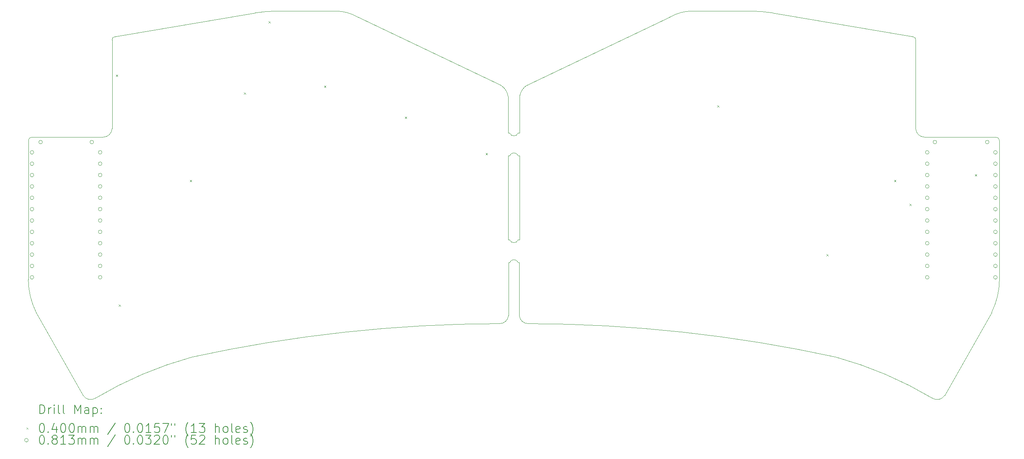
<source format=gbr>
%TF.GenerationSoftware,KiCad,Pcbnew,(6.0.7-1)-1*%
%TF.CreationDate,2022-10-21T08:25:27+02:00*%
%TF.ProjectId,sweepbling-lp__pcb,73776565-7062-46c6-996e-672d6c705f5f,rev?*%
%TF.SameCoordinates,Original*%
%TF.FileFunction,Drillmap*%
%TF.FilePolarity,Positive*%
%FSLAX45Y45*%
G04 Gerber Fmt 4.5, Leading zero omitted, Abs format (unit mm)*
G04 Created by KiCad (PCBNEW (6.0.7-1)-1) date 2022-10-21 08:25:27*
%MOMM*%
%LPD*%
G01*
G04 APERTURE LIST*
%ADD10C,0.050000*%
%ADD11C,0.200000*%
%ADD12C,0.040000*%
%ADD13C,0.081280*%
G04 APERTURE END LIST*
D10*
X13150850Y-7772400D02*
X13150625Y-8954702D01*
X21999800Y-4776400D02*
X21999805Y-2794000D01*
X22371400Y-10805000D02*
G75*
G03*
X22644600Y-10745127I107000J165000D01*
G01*
X21999800Y-4776400D02*
G75*
G03*
X22203300Y-4969492I200000J7000D01*
G01*
X23868800Y-5044200D02*
G75*
G03*
X23793800Y-4969200I-75000J0D01*
G01*
X13316761Y-3810000D02*
G75*
G03*
X13157200Y-4064000I211819J-310180D01*
G01*
X13150629Y-8954702D02*
G75*
G03*
X13354400Y-9138312I197801J14642D01*
G01*
X21999805Y-2794000D02*
G75*
G03*
X21956329Y-2725947I-75015J-10D01*
G01*
X22371400Y-10805000D02*
G75*
G03*
X20218513Y-9886395I-4431600J-7404000D01*
G01*
X22203300Y-4969492D02*
X23793800Y-4969200D01*
X20218513Y-9886395D02*
G75*
G03*
X13354400Y-9138312I-6921913J-31647485D01*
G01*
X23868800Y-5842000D02*
X23868800Y-6654800D01*
X23695330Y-8885815D02*
X22644600Y-10745127D01*
X23695333Y-8885816D02*
G75*
G03*
X23870000Y-8153400I-1502723J745406D01*
G01*
X18288000Y-2150268D02*
X17018000Y-2150814D01*
X23868800Y-5044200D02*
X23868800Y-5842000D01*
X23868800Y-6654800D02*
X23868800Y-7543800D01*
X23868800Y-7543800D02*
X23870000Y-8153400D01*
X13157200Y-5384800D02*
X13157200Y-7264400D01*
X12742992Y-3810000D02*
X9549753Y-2286000D01*
X2189753Y-8153400D02*
X2190953Y-7543800D01*
X18804018Y-2189786D02*
G75*
G03*
X18288000Y-2150268I-507618J-3239584D01*
G01*
X12934303Y-4876800D02*
X12902553Y-4876800D01*
X2190953Y-7543800D02*
X2190953Y-6654800D01*
X4103423Y-2725943D02*
G75*
G03*
X4059949Y-2794000I31517J-68047D01*
G01*
X3415149Y-10745129D02*
G75*
G03*
X3688353Y-10805000I166201J105129D01*
G01*
X13157200Y-4876800D02*
X13125450Y-4876800D01*
X12909128Y-8954702D02*
X12908903Y-7772400D01*
X21956329Y-2725947D02*
X18804018Y-2189786D01*
X12934303Y-7772400D02*
X12908903Y-7772400D01*
X9549752Y-2286001D02*
G75*
G03*
X9041753Y-2150814I-499182J-853739D01*
G01*
X2190953Y-5842000D02*
X2190953Y-5044200D01*
X3415153Y-10745126D02*
X2364423Y-8885815D01*
X4059949Y-2794000D02*
X4059953Y-4776400D01*
X12705353Y-9138312D02*
G75*
G03*
X5841240Y-9886395I57811J-32395693D01*
G01*
X13157200Y-4876800D02*
X13157200Y-4064000D01*
X17018000Y-2150814D02*
G75*
G03*
X16510000Y-2286000I-8820J-988926D01*
G01*
X12934950Y-7264400D02*
G75*
G03*
X13125450Y-7264400I95250J38100D01*
G01*
X2265953Y-4969200D02*
X3856453Y-4969492D01*
X13157200Y-5384800D02*
X13125450Y-5384800D01*
X16510000Y-2286000D02*
X13316761Y-3810000D01*
X12902553Y-7264400D02*
X12902553Y-5384800D01*
X13125450Y-7772400D02*
G75*
G03*
X12934950Y-7772400I-95250J-38100D01*
G01*
X12705353Y-9138309D02*
G75*
G03*
X12909128Y-8954702I5977J198249D01*
G01*
X12934303Y-5384800D02*
X12902553Y-5384800D01*
X12934303Y-7264400D02*
X12902553Y-7264400D01*
X7255735Y-2189786D02*
X4103424Y-2725947D01*
X2189752Y-8153400D02*
G75*
G03*
X2364423Y-8885815I1677438J13010D01*
G01*
X9041753Y-2150814D02*
X7771753Y-2150268D01*
X5841240Y-9886395D02*
G75*
G03*
X3688353Y-10805000I2278710J-8322605D01*
G01*
X2190953Y-6654800D02*
X2190953Y-5842000D01*
X2265953Y-4969203D02*
G75*
G03*
X2190953Y-5044200I-3J-74997D01*
G01*
X12902553Y-4064000D02*
X12902553Y-4876800D01*
X7771753Y-2150269D02*
G75*
G03*
X7255735Y-2189786I-8403J-3279112D01*
G01*
X13157200Y-7264400D02*
X13125450Y-7264400D01*
X12902551Y-4064000D02*
G75*
G03*
X12742992Y-3810000I-371382J-56180D01*
G01*
X12934950Y-4876800D02*
G75*
G03*
X13125450Y-4876800I95250J38100D01*
G01*
X13150850Y-7772400D02*
X13125450Y-7772400D01*
X13125450Y-5384800D02*
G75*
G03*
X12934950Y-5384800I-95250J-38100D01*
G01*
X3856453Y-4969495D02*
G75*
G03*
X4059953Y-4776400I3497J200095D01*
G01*
D11*
D12*
X4145600Y-3574100D02*
X4185600Y-3614100D01*
X4185600Y-3574100D02*
X4145600Y-3614100D01*
X4211640Y-8712520D02*
X4251640Y-8752520D01*
X4251640Y-8712520D02*
X4211640Y-8752520D01*
X5796600Y-5923600D02*
X5836600Y-5963600D01*
X5836600Y-5923600D02*
X5796600Y-5963600D01*
X7003100Y-3967800D02*
X7043100Y-4007800D01*
X7043100Y-3967800D02*
X7003100Y-4007800D01*
X7554280Y-2377760D02*
X7594280Y-2417760D01*
X7594280Y-2377760D02*
X7554280Y-2417760D01*
X8793800Y-3815400D02*
X8833800Y-3855400D01*
X8833800Y-3815400D02*
X8793800Y-3855400D01*
X10597200Y-4513900D02*
X10637200Y-4553900D01*
X10637200Y-4513900D02*
X10597200Y-4553900D01*
X12400600Y-5326700D02*
X12440600Y-5366700D01*
X12440600Y-5326700D02*
X12400600Y-5366700D01*
X17569500Y-4259900D02*
X17609500Y-4299900D01*
X17609500Y-4259900D02*
X17569500Y-4299900D01*
X20007900Y-7587300D02*
X20047900Y-7627300D01*
X20047900Y-7587300D02*
X20007900Y-7627300D01*
X21519200Y-5923600D02*
X21559200Y-5963600D01*
X21559200Y-5923600D02*
X21519200Y-5963600D01*
X21862100Y-6457000D02*
X21902100Y-6497000D01*
X21902100Y-6457000D02*
X21862100Y-6497000D01*
X23322600Y-5796600D02*
X23362600Y-5836600D01*
X23362600Y-5796600D02*
X23322600Y-5836600D01*
D13*
X2312380Y-5308600D02*
G75*
G03*
X2312380Y-5308600I-40640J0D01*
G01*
X2312380Y-5562600D02*
G75*
G03*
X2312380Y-5562600I-40640J0D01*
G01*
X2312380Y-5816600D02*
G75*
G03*
X2312380Y-5816600I-40640J0D01*
G01*
X2312380Y-6070600D02*
G75*
G03*
X2312380Y-6070600I-40640J0D01*
G01*
X2312380Y-6324600D02*
G75*
G03*
X2312380Y-6324600I-40640J0D01*
G01*
X2312380Y-6578600D02*
G75*
G03*
X2312380Y-6578600I-40640J0D01*
G01*
X2312380Y-6832600D02*
G75*
G03*
X2312380Y-6832600I-40640J0D01*
G01*
X2312380Y-7086600D02*
G75*
G03*
X2312380Y-7086600I-40640J0D01*
G01*
X2312380Y-7340600D02*
G75*
G03*
X2312380Y-7340600I-40640J0D01*
G01*
X2312380Y-7594600D02*
G75*
G03*
X2312380Y-7594600I-40640J0D01*
G01*
X2312380Y-7848600D02*
G75*
G03*
X2312380Y-7848600I-40640J0D01*
G01*
X2312380Y-8102600D02*
G75*
G03*
X2312380Y-8102600I-40640J0D01*
G01*
X2504440Y-5080000D02*
G75*
G03*
X2504440Y-5080000I-40640J0D01*
G01*
X3647440Y-5080000D02*
G75*
G03*
X3647440Y-5080000I-40640J0D01*
G01*
X3834380Y-5308600D02*
G75*
G03*
X3834380Y-5308600I-40640J0D01*
G01*
X3834380Y-5562600D02*
G75*
G03*
X3834380Y-5562600I-40640J0D01*
G01*
X3834380Y-5816600D02*
G75*
G03*
X3834380Y-5816600I-40640J0D01*
G01*
X3834380Y-6070600D02*
G75*
G03*
X3834380Y-6070600I-40640J0D01*
G01*
X3834380Y-6324600D02*
G75*
G03*
X3834380Y-6324600I-40640J0D01*
G01*
X3834380Y-6578600D02*
G75*
G03*
X3834380Y-6578600I-40640J0D01*
G01*
X3834380Y-6832600D02*
G75*
G03*
X3834380Y-6832600I-40640J0D01*
G01*
X3834380Y-7086600D02*
G75*
G03*
X3834380Y-7086600I-40640J0D01*
G01*
X3834380Y-7340600D02*
G75*
G03*
X3834380Y-7340600I-40640J0D01*
G01*
X3834380Y-7594600D02*
G75*
G03*
X3834380Y-7594600I-40640J0D01*
G01*
X3834380Y-7848600D02*
G75*
G03*
X3834380Y-7848600I-40640J0D01*
G01*
X3834380Y-8102600D02*
G75*
G03*
X3834380Y-8102600I-40640J0D01*
G01*
X22297580Y-5308600D02*
G75*
G03*
X22297580Y-5308600I-40640J0D01*
G01*
X22297580Y-5562600D02*
G75*
G03*
X22297580Y-5562600I-40640J0D01*
G01*
X22297580Y-5816600D02*
G75*
G03*
X22297580Y-5816600I-40640J0D01*
G01*
X22297580Y-6070600D02*
G75*
G03*
X22297580Y-6070600I-40640J0D01*
G01*
X22297580Y-6324600D02*
G75*
G03*
X22297580Y-6324600I-40640J0D01*
G01*
X22297580Y-6578600D02*
G75*
G03*
X22297580Y-6578600I-40640J0D01*
G01*
X22297580Y-6832600D02*
G75*
G03*
X22297580Y-6832600I-40640J0D01*
G01*
X22297580Y-7086600D02*
G75*
G03*
X22297580Y-7086600I-40640J0D01*
G01*
X22297580Y-7340600D02*
G75*
G03*
X22297580Y-7340600I-40640J0D01*
G01*
X22297580Y-7594600D02*
G75*
G03*
X22297580Y-7594600I-40640J0D01*
G01*
X22297580Y-7848600D02*
G75*
G03*
X22297580Y-7848600I-40640J0D01*
G01*
X22297580Y-8102600D02*
G75*
G03*
X22297580Y-8102600I-40640J0D01*
G01*
X22468840Y-5080000D02*
G75*
G03*
X22468840Y-5080000I-40640J0D01*
G01*
X23637240Y-5080000D02*
G75*
G03*
X23637240Y-5080000I-40640J0D01*
G01*
X23819580Y-5308600D02*
G75*
G03*
X23819580Y-5308600I-40640J0D01*
G01*
X23819580Y-5562600D02*
G75*
G03*
X23819580Y-5562600I-40640J0D01*
G01*
X23819580Y-5816600D02*
G75*
G03*
X23819580Y-5816600I-40640J0D01*
G01*
X23819580Y-6070600D02*
G75*
G03*
X23819580Y-6070600I-40640J0D01*
G01*
X23819580Y-6324600D02*
G75*
G03*
X23819580Y-6324600I-40640J0D01*
G01*
X23819580Y-6578600D02*
G75*
G03*
X23819580Y-6578600I-40640J0D01*
G01*
X23819580Y-6832600D02*
G75*
G03*
X23819580Y-6832600I-40640J0D01*
G01*
X23819580Y-7086600D02*
G75*
G03*
X23819580Y-7086600I-40640J0D01*
G01*
X23819580Y-7340600D02*
G75*
G03*
X23819580Y-7340600I-40640J0D01*
G01*
X23819580Y-7594600D02*
G75*
G03*
X23819580Y-7594600I-40640J0D01*
G01*
X23819580Y-7848600D02*
G75*
G03*
X23819580Y-7848600I-40640J0D01*
G01*
X23819580Y-8102600D02*
G75*
G03*
X23819580Y-8102600I-40640J0D01*
G01*
D11*
X2444872Y-11149635D02*
X2444872Y-10949635D01*
X2492491Y-10949635D01*
X2521063Y-10959159D01*
X2540110Y-10978206D01*
X2549634Y-10997254D01*
X2559158Y-11035349D01*
X2559158Y-11063921D01*
X2549634Y-11102016D01*
X2540110Y-11121064D01*
X2521063Y-11140111D01*
X2492491Y-11149635D01*
X2444872Y-11149635D01*
X2644872Y-11149635D02*
X2644872Y-11016302D01*
X2644872Y-11054397D02*
X2654396Y-11035349D01*
X2663920Y-11025825D01*
X2682968Y-11016302D01*
X2702015Y-11016302D01*
X2768682Y-11149635D02*
X2768682Y-11016302D01*
X2768682Y-10949635D02*
X2759158Y-10959159D01*
X2768682Y-10968683D01*
X2778206Y-10959159D01*
X2768682Y-10949635D01*
X2768682Y-10968683D01*
X2892491Y-11149635D02*
X2873444Y-11140111D01*
X2863920Y-11121064D01*
X2863920Y-10949635D01*
X2997253Y-11149635D02*
X2978206Y-11140111D01*
X2968682Y-11121064D01*
X2968682Y-10949635D01*
X3225825Y-11149635D02*
X3225825Y-10949635D01*
X3292491Y-11092492D01*
X3359158Y-10949635D01*
X3359158Y-11149635D01*
X3540110Y-11149635D02*
X3540110Y-11044873D01*
X3530587Y-11025825D01*
X3511539Y-11016302D01*
X3473444Y-11016302D01*
X3454396Y-11025825D01*
X3540110Y-11140111D02*
X3521063Y-11149635D01*
X3473444Y-11149635D01*
X3454396Y-11140111D01*
X3444872Y-11121064D01*
X3444872Y-11102016D01*
X3454396Y-11082968D01*
X3473444Y-11073445D01*
X3521063Y-11073445D01*
X3540110Y-11063921D01*
X3635348Y-11016302D02*
X3635348Y-11216302D01*
X3635348Y-11025825D02*
X3654396Y-11016302D01*
X3692491Y-11016302D01*
X3711539Y-11025825D01*
X3721063Y-11035349D01*
X3730587Y-11054397D01*
X3730587Y-11111540D01*
X3721063Y-11130587D01*
X3711539Y-11140111D01*
X3692491Y-11149635D01*
X3654396Y-11149635D01*
X3635348Y-11140111D01*
X3816301Y-11130587D02*
X3825825Y-11140111D01*
X3816301Y-11149635D01*
X3806777Y-11140111D01*
X3816301Y-11130587D01*
X3816301Y-11149635D01*
X3816301Y-11025825D02*
X3825825Y-11035349D01*
X3816301Y-11044873D01*
X3806777Y-11035349D01*
X3816301Y-11025825D01*
X3816301Y-11044873D01*
D12*
X2147253Y-11459159D02*
X2187253Y-11499159D01*
X2187253Y-11459159D02*
X2147253Y-11499159D01*
D11*
X2482968Y-11369635D02*
X2502015Y-11369635D01*
X2521063Y-11379159D01*
X2530587Y-11388683D01*
X2540110Y-11407730D01*
X2549634Y-11445825D01*
X2549634Y-11493444D01*
X2540110Y-11531540D01*
X2530587Y-11550587D01*
X2521063Y-11560111D01*
X2502015Y-11569635D01*
X2482968Y-11569635D01*
X2463920Y-11560111D01*
X2454396Y-11550587D01*
X2444872Y-11531540D01*
X2435349Y-11493444D01*
X2435349Y-11445825D01*
X2444872Y-11407730D01*
X2454396Y-11388683D01*
X2463920Y-11379159D01*
X2482968Y-11369635D01*
X2635349Y-11550587D02*
X2644872Y-11560111D01*
X2635349Y-11569635D01*
X2625825Y-11560111D01*
X2635349Y-11550587D01*
X2635349Y-11569635D01*
X2816301Y-11436302D02*
X2816301Y-11569635D01*
X2768682Y-11360111D02*
X2721063Y-11502968D01*
X2844872Y-11502968D01*
X2959158Y-11369635D02*
X2978206Y-11369635D01*
X2997253Y-11379159D01*
X3006777Y-11388683D01*
X3016301Y-11407730D01*
X3025825Y-11445825D01*
X3025825Y-11493444D01*
X3016301Y-11531540D01*
X3006777Y-11550587D01*
X2997253Y-11560111D01*
X2978206Y-11569635D01*
X2959158Y-11569635D01*
X2940110Y-11560111D01*
X2930587Y-11550587D01*
X2921063Y-11531540D01*
X2911539Y-11493444D01*
X2911539Y-11445825D01*
X2921063Y-11407730D01*
X2930587Y-11388683D01*
X2940110Y-11379159D01*
X2959158Y-11369635D01*
X3149634Y-11369635D02*
X3168682Y-11369635D01*
X3187729Y-11379159D01*
X3197253Y-11388683D01*
X3206777Y-11407730D01*
X3216301Y-11445825D01*
X3216301Y-11493444D01*
X3206777Y-11531540D01*
X3197253Y-11550587D01*
X3187729Y-11560111D01*
X3168682Y-11569635D01*
X3149634Y-11569635D01*
X3130587Y-11560111D01*
X3121063Y-11550587D01*
X3111539Y-11531540D01*
X3102015Y-11493444D01*
X3102015Y-11445825D01*
X3111539Y-11407730D01*
X3121063Y-11388683D01*
X3130587Y-11379159D01*
X3149634Y-11369635D01*
X3302015Y-11569635D02*
X3302015Y-11436302D01*
X3302015Y-11455349D02*
X3311539Y-11445825D01*
X3330587Y-11436302D01*
X3359158Y-11436302D01*
X3378206Y-11445825D01*
X3387729Y-11464873D01*
X3387729Y-11569635D01*
X3387729Y-11464873D02*
X3397253Y-11445825D01*
X3416301Y-11436302D01*
X3444872Y-11436302D01*
X3463920Y-11445825D01*
X3473444Y-11464873D01*
X3473444Y-11569635D01*
X3568682Y-11569635D02*
X3568682Y-11436302D01*
X3568682Y-11455349D02*
X3578206Y-11445825D01*
X3597253Y-11436302D01*
X3625825Y-11436302D01*
X3644872Y-11445825D01*
X3654396Y-11464873D01*
X3654396Y-11569635D01*
X3654396Y-11464873D02*
X3663920Y-11445825D01*
X3682967Y-11436302D01*
X3711539Y-11436302D01*
X3730587Y-11445825D01*
X3740110Y-11464873D01*
X3740110Y-11569635D01*
X4130587Y-11360111D02*
X3959158Y-11617254D01*
X4387729Y-11369635D02*
X4406777Y-11369635D01*
X4425825Y-11379159D01*
X4435349Y-11388683D01*
X4444872Y-11407730D01*
X4454396Y-11445825D01*
X4454396Y-11493444D01*
X4444872Y-11531540D01*
X4435349Y-11550587D01*
X4425825Y-11560111D01*
X4406777Y-11569635D01*
X4387729Y-11569635D01*
X4368682Y-11560111D01*
X4359158Y-11550587D01*
X4349634Y-11531540D01*
X4340110Y-11493444D01*
X4340110Y-11445825D01*
X4349634Y-11407730D01*
X4359158Y-11388683D01*
X4368682Y-11379159D01*
X4387729Y-11369635D01*
X4540110Y-11550587D02*
X4549634Y-11560111D01*
X4540110Y-11569635D01*
X4530587Y-11560111D01*
X4540110Y-11550587D01*
X4540110Y-11569635D01*
X4673444Y-11369635D02*
X4692491Y-11369635D01*
X4711539Y-11379159D01*
X4721063Y-11388683D01*
X4730587Y-11407730D01*
X4740110Y-11445825D01*
X4740110Y-11493444D01*
X4730587Y-11531540D01*
X4721063Y-11550587D01*
X4711539Y-11560111D01*
X4692491Y-11569635D01*
X4673444Y-11569635D01*
X4654396Y-11560111D01*
X4644872Y-11550587D01*
X4635349Y-11531540D01*
X4625825Y-11493444D01*
X4625825Y-11445825D01*
X4635349Y-11407730D01*
X4644872Y-11388683D01*
X4654396Y-11379159D01*
X4673444Y-11369635D01*
X4930587Y-11569635D02*
X4816301Y-11569635D01*
X4873444Y-11569635D02*
X4873444Y-11369635D01*
X4854396Y-11398206D01*
X4835349Y-11417254D01*
X4816301Y-11426778D01*
X5111539Y-11369635D02*
X5016301Y-11369635D01*
X5006777Y-11464873D01*
X5016301Y-11455349D01*
X5035349Y-11445825D01*
X5082968Y-11445825D01*
X5102015Y-11455349D01*
X5111539Y-11464873D01*
X5121063Y-11483921D01*
X5121063Y-11531540D01*
X5111539Y-11550587D01*
X5102015Y-11560111D01*
X5082968Y-11569635D01*
X5035349Y-11569635D01*
X5016301Y-11560111D01*
X5006777Y-11550587D01*
X5187729Y-11369635D02*
X5321063Y-11369635D01*
X5235349Y-11569635D01*
X5387729Y-11369635D02*
X5387729Y-11407730D01*
X5463920Y-11369635D02*
X5463920Y-11407730D01*
X5759158Y-11645825D02*
X5749634Y-11636302D01*
X5730587Y-11607730D01*
X5721063Y-11588683D01*
X5711539Y-11560111D01*
X5702015Y-11512492D01*
X5702015Y-11474397D01*
X5711539Y-11426778D01*
X5721063Y-11398206D01*
X5730587Y-11379159D01*
X5749634Y-11350587D01*
X5759158Y-11341063D01*
X5940110Y-11569635D02*
X5825825Y-11569635D01*
X5882967Y-11569635D02*
X5882967Y-11369635D01*
X5863920Y-11398206D01*
X5844872Y-11417254D01*
X5825825Y-11426778D01*
X6006777Y-11369635D02*
X6130587Y-11369635D01*
X6063920Y-11445825D01*
X6092491Y-11445825D01*
X6111539Y-11455349D01*
X6121063Y-11464873D01*
X6130587Y-11483921D01*
X6130587Y-11531540D01*
X6121063Y-11550587D01*
X6111539Y-11560111D01*
X6092491Y-11569635D01*
X6035348Y-11569635D01*
X6016301Y-11560111D01*
X6006777Y-11550587D01*
X6368682Y-11569635D02*
X6368682Y-11369635D01*
X6454396Y-11569635D02*
X6454396Y-11464873D01*
X6444872Y-11445825D01*
X6425825Y-11436302D01*
X6397253Y-11436302D01*
X6378206Y-11445825D01*
X6368682Y-11455349D01*
X6578206Y-11569635D02*
X6559158Y-11560111D01*
X6549634Y-11550587D01*
X6540110Y-11531540D01*
X6540110Y-11474397D01*
X6549634Y-11455349D01*
X6559158Y-11445825D01*
X6578206Y-11436302D01*
X6606777Y-11436302D01*
X6625825Y-11445825D01*
X6635348Y-11455349D01*
X6644872Y-11474397D01*
X6644872Y-11531540D01*
X6635348Y-11550587D01*
X6625825Y-11560111D01*
X6606777Y-11569635D01*
X6578206Y-11569635D01*
X6759158Y-11569635D02*
X6740110Y-11560111D01*
X6730587Y-11541063D01*
X6730587Y-11369635D01*
X6911539Y-11560111D02*
X6892491Y-11569635D01*
X6854396Y-11569635D01*
X6835348Y-11560111D01*
X6825825Y-11541063D01*
X6825825Y-11464873D01*
X6835348Y-11445825D01*
X6854396Y-11436302D01*
X6892491Y-11436302D01*
X6911539Y-11445825D01*
X6921063Y-11464873D01*
X6921063Y-11483921D01*
X6825825Y-11502968D01*
X6997253Y-11560111D02*
X7016301Y-11569635D01*
X7054396Y-11569635D01*
X7073444Y-11560111D01*
X7082967Y-11541063D01*
X7082967Y-11531540D01*
X7073444Y-11512492D01*
X7054396Y-11502968D01*
X7025825Y-11502968D01*
X7006777Y-11493444D01*
X6997253Y-11474397D01*
X6997253Y-11464873D01*
X7006777Y-11445825D01*
X7025825Y-11436302D01*
X7054396Y-11436302D01*
X7073444Y-11445825D01*
X7149634Y-11645825D02*
X7159158Y-11636302D01*
X7178206Y-11607730D01*
X7187729Y-11588683D01*
X7197253Y-11560111D01*
X7206777Y-11512492D01*
X7206777Y-11474397D01*
X7197253Y-11426778D01*
X7187729Y-11398206D01*
X7178206Y-11379159D01*
X7159158Y-11350587D01*
X7149634Y-11341063D01*
D13*
X2187253Y-11743159D02*
G75*
G03*
X2187253Y-11743159I-40640J0D01*
G01*
D11*
X2482968Y-11633635D02*
X2502015Y-11633635D01*
X2521063Y-11643159D01*
X2530587Y-11652683D01*
X2540110Y-11671730D01*
X2549634Y-11709825D01*
X2549634Y-11757444D01*
X2540110Y-11795540D01*
X2530587Y-11814587D01*
X2521063Y-11824111D01*
X2502015Y-11833635D01*
X2482968Y-11833635D01*
X2463920Y-11824111D01*
X2454396Y-11814587D01*
X2444872Y-11795540D01*
X2435349Y-11757444D01*
X2435349Y-11709825D01*
X2444872Y-11671730D01*
X2454396Y-11652683D01*
X2463920Y-11643159D01*
X2482968Y-11633635D01*
X2635349Y-11814587D02*
X2644872Y-11824111D01*
X2635349Y-11833635D01*
X2625825Y-11824111D01*
X2635349Y-11814587D01*
X2635349Y-11833635D01*
X2759158Y-11719349D02*
X2740110Y-11709825D01*
X2730587Y-11700302D01*
X2721063Y-11681254D01*
X2721063Y-11671730D01*
X2730587Y-11652683D01*
X2740110Y-11643159D01*
X2759158Y-11633635D01*
X2797253Y-11633635D01*
X2816301Y-11643159D01*
X2825825Y-11652683D01*
X2835348Y-11671730D01*
X2835348Y-11681254D01*
X2825825Y-11700302D01*
X2816301Y-11709825D01*
X2797253Y-11719349D01*
X2759158Y-11719349D01*
X2740110Y-11728873D01*
X2730587Y-11738397D01*
X2721063Y-11757444D01*
X2721063Y-11795540D01*
X2730587Y-11814587D01*
X2740110Y-11824111D01*
X2759158Y-11833635D01*
X2797253Y-11833635D01*
X2816301Y-11824111D01*
X2825825Y-11814587D01*
X2835348Y-11795540D01*
X2835348Y-11757444D01*
X2825825Y-11738397D01*
X2816301Y-11728873D01*
X2797253Y-11719349D01*
X3025825Y-11833635D02*
X2911539Y-11833635D01*
X2968682Y-11833635D02*
X2968682Y-11633635D01*
X2949634Y-11662206D01*
X2930587Y-11681254D01*
X2911539Y-11690778D01*
X3092491Y-11633635D02*
X3216301Y-11633635D01*
X3149634Y-11709825D01*
X3178206Y-11709825D01*
X3197253Y-11719349D01*
X3206777Y-11728873D01*
X3216301Y-11747921D01*
X3216301Y-11795540D01*
X3206777Y-11814587D01*
X3197253Y-11824111D01*
X3178206Y-11833635D01*
X3121063Y-11833635D01*
X3102015Y-11824111D01*
X3092491Y-11814587D01*
X3302015Y-11833635D02*
X3302015Y-11700302D01*
X3302015Y-11719349D02*
X3311539Y-11709825D01*
X3330587Y-11700302D01*
X3359158Y-11700302D01*
X3378206Y-11709825D01*
X3387729Y-11728873D01*
X3387729Y-11833635D01*
X3387729Y-11728873D02*
X3397253Y-11709825D01*
X3416301Y-11700302D01*
X3444872Y-11700302D01*
X3463920Y-11709825D01*
X3473444Y-11728873D01*
X3473444Y-11833635D01*
X3568682Y-11833635D02*
X3568682Y-11700302D01*
X3568682Y-11719349D02*
X3578206Y-11709825D01*
X3597253Y-11700302D01*
X3625825Y-11700302D01*
X3644872Y-11709825D01*
X3654396Y-11728873D01*
X3654396Y-11833635D01*
X3654396Y-11728873D02*
X3663920Y-11709825D01*
X3682967Y-11700302D01*
X3711539Y-11700302D01*
X3730587Y-11709825D01*
X3740110Y-11728873D01*
X3740110Y-11833635D01*
X4130587Y-11624111D02*
X3959158Y-11881254D01*
X4387729Y-11633635D02*
X4406777Y-11633635D01*
X4425825Y-11643159D01*
X4435349Y-11652683D01*
X4444872Y-11671730D01*
X4454396Y-11709825D01*
X4454396Y-11757444D01*
X4444872Y-11795540D01*
X4435349Y-11814587D01*
X4425825Y-11824111D01*
X4406777Y-11833635D01*
X4387729Y-11833635D01*
X4368682Y-11824111D01*
X4359158Y-11814587D01*
X4349634Y-11795540D01*
X4340110Y-11757444D01*
X4340110Y-11709825D01*
X4349634Y-11671730D01*
X4359158Y-11652683D01*
X4368682Y-11643159D01*
X4387729Y-11633635D01*
X4540110Y-11814587D02*
X4549634Y-11824111D01*
X4540110Y-11833635D01*
X4530587Y-11824111D01*
X4540110Y-11814587D01*
X4540110Y-11833635D01*
X4673444Y-11633635D02*
X4692491Y-11633635D01*
X4711539Y-11643159D01*
X4721063Y-11652683D01*
X4730587Y-11671730D01*
X4740110Y-11709825D01*
X4740110Y-11757444D01*
X4730587Y-11795540D01*
X4721063Y-11814587D01*
X4711539Y-11824111D01*
X4692491Y-11833635D01*
X4673444Y-11833635D01*
X4654396Y-11824111D01*
X4644872Y-11814587D01*
X4635349Y-11795540D01*
X4625825Y-11757444D01*
X4625825Y-11709825D01*
X4635349Y-11671730D01*
X4644872Y-11652683D01*
X4654396Y-11643159D01*
X4673444Y-11633635D01*
X4806777Y-11633635D02*
X4930587Y-11633635D01*
X4863920Y-11709825D01*
X4892491Y-11709825D01*
X4911539Y-11719349D01*
X4921063Y-11728873D01*
X4930587Y-11747921D01*
X4930587Y-11795540D01*
X4921063Y-11814587D01*
X4911539Y-11824111D01*
X4892491Y-11833635D01*
X4835349Y-11833635D01*
X4816301Y-11824111D01*
X4806777Y-11814587D01*
X5006777Y-11652683D02*
X5016301Y-11643159D01*
X5035349Y-11633635D01*
X5082968Y-11633635D01*
X5102015Y-11643159D01*
X5111539Y-11652683D01*
X5121063Y-11671730D01*
X5121063Y-11690778D01*
X5111539Y-11719349D01*
X4997253Y-11833635D01*
X5121063Y-11833635D01*
X5244872Y-11633635D02*
X5263920Y-11633635D01*
X5282968Y-11643159D01*
X5292491Y-11652683D01*
X5302015Y-11671730D01*
X5311539Y-11709825D01*
X5311539Y-11757444D01*
X5302015Y-11795540D01*
X5292491Y-11814587D01*
X5282968Y-11824111D01*
X5263920Y-11833635D01*
X5244872Y-11833635D01*
X5225825Y-11824111D01*
X5216301Y-11814587D01*
X5206777Y-11795540D01*
X5197253Y-11757444D01*
X5197253Y-11709825D01*
X5206777Y-11671730D01*
X5216301Y-11652683D01*
X5225825Y-11643159D01*
X5244872Y-11633635D01*
X5387729Y-11633635D02*
X5387729Y-11671730D01*
X5463920Y-11633635D02*
X5463920Y-11671730D01*
X5759158Y-11909825D02*
X5749634Y-11900302D01*
X5730587Y-11871730D01*
X5721063Y-11852683D01*
X5711539Y-11824111D01*
X5702015Y-11776492D01*
X5702015Y-11738397D01*
X5711539Y-11690778D01*
X5721063Y-11662206D01*
X5730587Y-11643159D01*
X5749634Y-11614587D01*
X5759158Y-11605063D01*
X5930587Y-11633635D02*
X5835348Y-11633635D01*
X5825825Y-11728873D01*
X5835348Y-11719349D01*
X5854396Y-11709825D01*
X5902015Y-11709825D01*
X5921063Y-11719349D01*
X5930587Y-11728873D01*
X5940110Y-11747921D01*
X5940110Y-11795540D01*
X5930587Y-11814587D01*
X5921063Y-11824111D01*
X5902015Y-11833635D01*
X5854396Y-11833635D01*
X5835348Y-11824111D01*
X5825825Y-11814587D01*
X6016301Y-11652683D02*
X6025825Y-11643159D01*
X6044872Y-11633635D01*
X6092491Y-11633635D01*
X6111539Y-11643159D01*
X6121063Y-11652683D01*
X6130587Y-11671730D01*
X6130587Y-11690778D01*
X6121063Y-11719349D01*
X6006777Y-11833635D01*
X6130587Y-11833635D01*
X6368682Y-11833635D02*
X6368682Y-11633635D01*
X6454396Y-11833635D02*
X6454396Y-11728873D01*
X6444872Y-11709825D01*
X6425825Y-11700302D01*
X6397253Y-11700302D01*
X6378206Y-11709825D01*
X6368682Y-11719349D01*
X6578206Y-11833635D02*
X6559158Y-11824111D01*
X6549634Y-11814587D01*
X6540110Y-11795540D01*
X6540110Y-11738397D01*
X6549634Y-11719349D01*
X6559158Y-11709825D01*
X6578206Y-11700302D01*
X6606777Y-11700302D01*
X6625825Y-11709825D01*
X6635348Y-11719349D01*
X6644872Y-11738397D01*
X6644872Y-11795540D01*
X6635348Y-11814587D01*
X6625825Y-11824111D01*
X6606777Y-11833635D01*
X6578206Y-11833635D01*
X6759158Y-11833635D02*
X6740110Y-11824111D01*
X6730587Y-11805063D01*
X6730587Y-11633635D01*
X6911539Y-11824111D02*
X6892491Y-11833635D01*
X6854396Y-11833635D01*
X6835348Y-11824111D01*
X6825825Y-11805063D01*
X6825825Y-11728873D01*
X6835348Y-11709825D01*
X6854396Y-11700302D01*
X6892491Y-11700302D01*
X6911539Y-11709825D01*
X6921063Y-11728873D01*
X6921063Y-11747921D01*
X6825825Y-11766968D01*
X6997253Y-11824111D02*
X7016301Y-11833635D01*
X7054396Y-11833635D01*
X7073444Y-11824111D01*
X7082967Y-11805063D01*
X7082967Y-11795540D01*
X7073444Y-11776492D01*
X7054396Y-11766968D01*
X7025825Y-11766968D01*
X7006777Y-11757444D01*
X6997253Y-11738397D01*
X6997253Y-11728873D01*
X7006777Y-11709825D01*
X7025825Y-11700302D01*
X7054396Y-11700302D01*
X7073444Y-11709825D01*
X7149634Y-11909825D02*
X7159158Y-11900302D01*
X7178206Y-11871730D01*
X7187729Y-11852683D01*
X7197253Y-11824111D01*
X7206777Y-11776492D01*
X7206777Y-11738397D01*
X7197253Y-11690778D01*
X7187729Y-11662206D01*
X7178206Y-11643159D01*
X7159158Y-11614587D01*
X7149634Y-11605063D01*
M02*

</source>
